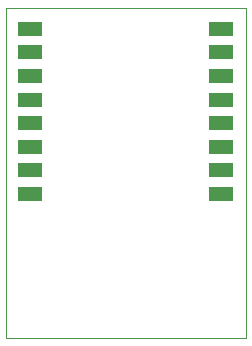
<source format=gtp>
G75*
%MOIN*%
%OFA0B0*%
%FSLAX25Y25*%
%IPPOS*%
%LPD*%
%AMOC8*
5,1,8,0,0,1.08239X$1,22.5*
%
%ADD10C,0.00000*%
%ADD11R,0.07874X0.04724*%
D10*
X0001800Y0001800D02*
X0001800Y0111800D01*
X0081800Y0111800D01*
X0081800Y0001800D01*
X0001800Y0001800D01*
D11*
X0009800Y0049674D03*
X0009800Y0057548D03*
X0009800Y0065422D03*
X0009800Y0073296D03*
X0009800Y0081170D03*
X0009800Y0089044D03*
X0009800Y0096918D03*
X0009800Y0104792D03*
X0073580Y0104792D03*
X0073580Y0096918D03*
X0073580Y0089044D03*
X0073580Y0081170D03*
X0073580Y0073296D03*
X0073580Y0065422D03*
X0073580Y0057548D03*
X0073580Y0049674D03*
M02*

</source>
